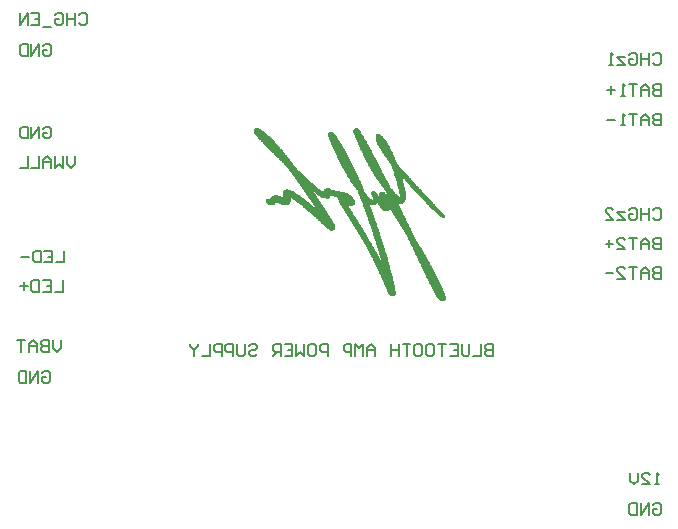
<source format=gbo>
G04 Layer_Color=12566272*
%FSLAX24Y24*%
%MOIN*%
G70*
G01*
G75*
%ADD36C,0.0079*%
%ADD38C,0.0014*%
D36*
X12756Y21417D02*
Y21024D01*
X12494D01*
X12100Y21417D02*
X12362D01*
Y21024D01*
X12100D01*
X12362Y21220D02*
X12231D01*
X11969Y21417D02*
Y21024D01*
X11772D01*
X11706Y21089D01*
Y21352D01*
X11772Y21417D01*
X11969D01*
X11575Y21220D02*
X11313D01*
X12717Y20433D02*
Y20039D01*
X12454D01*
X12061Y20433D02*
X12323D01*
Y20039D01*
X12061D01*
X12323Y20236D02*
X12192D01*
X11929Y20433D02*
Y20039D01*
X11733D01*
X11667Y20105D01*
Y20367D01*
X11733Y20433D01*
X11929D01*
X11536Y20236D02*
X11273D01*
X11405Y20367D02*
Y20105D01*
X27054Y18288D02*
Y17894D01*
X26857D01*
X26792Y17960D01*
Y18026D01*
X26857Y18091D01*
X27054D01*
X26857D01*
X26792Y18157D01*
Y18222D01*
X26857Y18288D01*
X27054D01*
X26661D02*
Y17894D01*
X26398D01*
X26267Y18288D02*
Y17960D01*
X26201Y17894D01*
X26070D01*
X26005Y17960D01*
Y18288D01*
X25611D02*
X25873D01*
Y17894D01*
X25611D01*
X25873Y18091D02*
X25742D01*
X25480Y18288D02*
X25218D01*
X25349D01*
Y17894D01*
X24890Y18288D02*
X25021D01*
X25086Y18222D01*
Y17960D01*
X25021Y17894D01*
X24890D01*
X24824Y17960D01*
Y18222D01*
X24890Y18288D01*
X24496D02*
X24627D01*
X24693Y18222D01*
Y17960D01*
X24627Y17894D01*
X24496D01*
X24430Y17960D01*
Y18222D01*
X24496Y18288D01*
X24299D02*
X24037D01*
X24168D01*
Y17894D01*
X23906Y18288D02*
Y17894D01*
Y18091D01*
X23643D01*
Y18288D01*
Y17894D01*
X23118D02*
Y18157D01*
X22987Y18288D01*
X22856Y18157D01*
Y17894D01*
Y18091D01*
X23118D01*
X22725Y17894D02*
Y18288D01*
X22594Y18157D01*
X22463Y18288D01*
Y17894D01*
X22331D02*
Y18288D01*
X22135D01*
X22069Y18222D01*
Y18091D01*
X22135Y18026D01*
X22331D01*
X21544Y17894D02*
Y18288D01*
X21347D01*
X21282Y18222D01*
Y18091D01*
X21347Y18026D01*
X21544D01*
X20954Y18288D02*
X21085D01*
X21151Y18222D01*
Y17960D01*
X21085Y17894D01*
X20954D01*
X20888Y17960D01*
Y18222D01*
X20954Y18288D01*
X20757D02*
Y17894D01*
X20626Y18026D01*
X20495Y17894D01*
Y18288D01*
X20101D02*
X20363D01*
Y17894D01*
X20101D01*
X20363Y18091D02*
X20232D01*
X19970Y17894D02*
Y18288D01*
X19773D01*
X19707Y18222D01*
Y18091D01*
X19773Y18026D01*
X19970D01*
X19839D02*
X19707Y17894D01*
X18920Y18222D02*
X18986Y18288D01*
X19117D01*
X19183Y18222D01*
Y18157D01*
X19117Y18091D01*
X18986D01*
X18920Y18026D01*
Y17960D01*
X18986Y17894D01*
X19117D01*
X19183Y17960D01*
X18789Y18288D02*
Y17960D01*
X18724Y17894D01*
X18592D01*
X18527Y17960D01*
Y18288D01*
X18396Y17894D02*
Y18288D01*
X18199D01*
X18133Y18222D01*
Y18091D01*
X18199Y18026D01*
X18396D01*
X18002Y17894D02*
Y18288D01*
X17805D01*
X17740Y18222D01*
Y18091D01*
X17805Y18026D01*
X18002D01*
X17608Y18288D02*
Y17894D01*
X17346D01*
X17215Y18288D02*
Y18222D01*
X17084Y18091D01*
X16952Y18222D01*
Y18288D01*
X17084Y18091D02*
Y17894D01*
X32375Y12926D02*
X32441Y12992D01*
X32572D01*
X32638Y12926D01*
Y12664D01*
X32572Y12598D01*
X32441D01*
X32375Y12664D01*
Y12795D01*
X32507D01*
X32244Y12598D02*
Y12992D01*
X31982Y12598D01*
Y12992D01*
X31851D02*
Y12598D01*
X31654D01*
X31588Y12664D01*
Y12926D01*
X31654Y12992D01*
X31851D01*
X32598Y13622D02*
X32467D01*
X32533D01*
Y14016D01*
X32598Y13950D01*
X32008Y13622D02*
X32270D01*
X32008Y13884D01*
Y13950D01*
X32074Y14016D01*
X32205D01*
X32270Y13950D01*
X31877Y14016D02*
Y13753D01*
X31746Y13622D01*
X31614Y13753D01*
Y14016D01*
X12638Y18425D02*
Y18163D01*
X12507Y18032D01*
X12375Y18163D01*
Y18425D01*
X12244D02*
Y18032D01*
X12047D01*
X11982Y18097D01*
Y18163D01*
X12047Y18228D01*
X12244D01*
X12047D01*
X11982Y18294D01*
Y18359D01*
X12047Y18425D01*
X12244D01*
X11851Y18032D02*
Y18294D01*
X11719Y18425D01*
X11588Y18294D01*
Y18032D01*
Y18228D01*
X11851D01*
X11457Y18425D02*
X11195D01*
X11326D01*
Y18032D01*
X13110Y24567D02*
Y24304D01*
X12979Y24173D01*
X12848Y24304D01*
Y24567D01*
X12717D02*
Y24173D01*
X12585Y24304D01*
X12454Y24173D01*
Y24567D01*
X12323Y24173D02*
Y24436D01*
X12192Y24567D01*
X12061Y24436D01*
Y24173D01*
Y24370D01*
X12323D01*
X11930Y24567D02*
Y24173D01*
X11667D01*
X11536Y24567D02*
Y24173D01*
X11274D01*
X12021Y17336D02*
X12087Y17401D01*
X12218D01*
X12283Y17336D01*
Y17073D01*
X12218Y17008D01*
X12087D01*
X12021Y17073D01*
Y17205D01*
X12152D01*
X11890Y17008D02*
Y17401D01*
X11628Y17008D01*
Y17401D01*
X11496D02*
Y17008D01*
X11300D01*
X11234Y17073D01*
Y17336D01*
X11300Y17401D01*
X11496D01*
X12060Y25485D02*
X12126Y25551D01*
X12257D01*
X12323Y25485D01*
Y25223D01*
X12257Y25157D01*
X12126D01*
X12060Y25223D01*
Y25354D01*
X12192D01*
X11929Y25157D02*
Y25551D01*
X11667Y25157D01*
Y25551D01*
X11536D02*
Y25157D01*
X11339D01*
X11273Y25223D01*
Y25485D01*
X11339Y25551D01*
X11536D01*
X12060Y28241D02*
X12126Y28307D01*
X12257D01*
X12323Y28241D01*
Y27979D01*
X12257Y27913D01*
X12126D01*
X12060Y27979D01*
Y28110D01*
X12192D01*
X11929Y27913D02*
Y28307D01*
X11667Y27913D01*
Y28307D01*
X11536D02*
Y27913D01*
X11339D01*
X11273Y27979D01*
Y28241D01*
X11339Y28307D01*
X11536D01*
X13242Y29265D02*
X13307Y29331D01*
X13438D01*
X13504Y29265D01*
Y29003D01*
X13438Y28937D01*
X13307D01*
X13242Y29003D01*
X13110Y29331D02*
Y28937D01*
Y29134D01*
X12848D01*
Y29331D01*
Y28937D01*
X12454Y29265D02*
X12520Y29331D01*
X12651D01*
X12717Y29265D01*
Y29003D01*
X12651Y28937D01*
X12520D01*
X12454Y29003D01*
Y29134D01*
X12586D01*
X12323Y28871D02*
X12061D01*
X11667Y29331D02*
X11930D01*
Y28937D01*
X11667D01*
X11930Y29134D02*
X11798D01*
X11536Y28937D02*
Y29331D01*
X11274Y28937D01*
Y29331D01*
X32638Y20866D02*
Y20472D01*
X32441D01*
X32375Y20538D01*
Y20604D01*
X32441Y20669D01*
X32638D01*
X32441D01*
X32375Y20735D01*
Y20800D01*
X32441Y20866D01*
X32638D01*
X32244Y20472D02*
Y20735D01*
X32113Y20866D01*
X31982Y20735D01*
Y20472D01*
Y20669D01*
X32244D01*
X31851Y20866D02*
X31588D01*
X31719D01*
Y20472D01*
X31195D02*
X31457D01*
X31195Y20735D01*
Y20800D01*
X31260Y20866D01*
X31391D01*
X31457Y20800D01*
X31063Y20669D02*
X30801D01*
X32638Y25984D02*
Y25591D01*
X32441D01*
X32375Y25656D01*
Y25722D01*
X32441Y25787D01*
X32638D01*
X32441D01*
X32375Y25853D01*
Y25919D01*
X32441Y25984D01*
X32638D01*
X32244Y25591D02*
Y25853D01*
X32113Y25984D01*
X31982Y25853D01*
Y25591D01*
Y25787D01*
X32244D01*
X31851Y25984D02*
X31588D01*
X31719D01*
Y25591D01*
X31457D02*
X31326D01*
X31391D01*
Y25984D01*
X31457Y25919D01*
X31129Y25787D02*
X30867D01*
X32375Y22769D02*
X32441Y22835D01*
X32572D01*
X32638Y22769D01*
Y22507D01*
X32572Y22441D01*
X32441D01*
X32375Y22507D01*
X32244Y22835D02*
Y22441D01*
Y22638D01*
X31982D01*
Y22835D01*
Y22441D01*
X31588Y22769D02*
X31654Y22835D01*
X31785D01*
X31851Y22769D01*
Y22507D01*
X31785Y22441D01*
X31654D01*
X31588Y22507D01*
Y22638D01*
X31719D01*
X31457Y22703D02*
X31195D01*
X31457Y22441D01*
X31195D01*
X30801D02*
X31063D01*
X30801Y22703D01*
Y22769D01*
X30867Y22835D01*
X30998D01*
X31063Y22769D01*
X32638Y21850D02*
Y21457D01*
X32441D01*
X32375Y21522D01*
Y21588D01*
X32441Y21653D01*
X32638D01*
X32441D01*
X32375Y21719D01*
Y21785D01*
X32441Y21850D01*
X32638D01*
X32244Y21457D02*
Y21719D01*
X32113Y21850D01*
X31982Y21719D01*
Y21457D01*
Y21653D01*
X32244D01*
X31851Y21850D02*
X31588D01*
X31719D01*
Y21457D01*
X31195D02*
X31457D01*
X31195Y21719D01*
Y21785D01*
X31260Y21850D01*
X31391D01*
X31457Y21785D01*
X31063Y21653D02*
X30801D01*
X30932Y21785D02*
Y21522D01*
X32638Y26968D02*
Y26575D01*
X32441D01*
X32375Y26640D01*
Y26706D01*
X32441Y26772D01*
X32638D01*
X32441D01*
X32375Y26837D01*
Y26903D01*
X32441Y26968D01*
X32638D01*
X32244Y26575D02*
Y26837D01*
X32113Y26968D01*
X31982Y26837D01*
Y26575D01*
Y26772D01*
X32244D01*
X31851Y26968D02*
X31588D01*
X31719D01*
Y26575D01*
X31457D02*
X31326D01*
X31391D01*
Y26968D01*
X31457Y26903D01*
X31129Y26772D02*
X30867D01*
X30998Y26903D02*
Y26640D01*
X32375Y27926D02*
X32441Y27992D01*
X32572D01*
X32638Y27926D01*
Y27664D01*
X32572Y27598D01*
X32441D01*
X32375Y27664D01*
X32244Y27992D02*
Y27598D01*
Y27795D01*
X31982D01*
Y27992D01*
Y27598D01*
X31588Y27926D02*
X31654Y27992D01*
X31785D01*
X31851Y27926D01*
Y27664D01*
X31785Y27598D01*
X31654D01*
X31588Y27664D01*
Y27795D01*
X31719D01*
X31457Y27861D02*
X31195D01*
X31457Y27598D01*
X31195D01*
X31063D02*
X30932D01*
X30998D01*
Y27992D01*
X31063Y27926D01*
D38*
X19161Y25503D02*
X19175D01*
X22437Y25489D02*
X22507D01*
X19119D02*
X19217D01*
X22409Y25475D02*
X22535D01*
X19105D02*
X19259D01*
X22409Y25461D02*
X22549D01*
X19091D02*
X19287D01*
X22395Y25447D02*
X22563D01*
X19077D02*
X19301D01*
X22395Y25433D02*
X22577D01*
X19077D02*
X19329D01*
X22395Y25419D02*
X22577D01*
X19077D02*
X19357D01*
X22395Y25405D02*
X22591D01*
X19077D02*
X19371D01*
X22395Y25391D02*
X22605D01*
X19077D02*
X19385D01*
X22395Y25377D02*
X22619D01*
X21583D02*
X21667D01*
X19077D02*
X19399D01*
X22409Y25363D02*
X22619D01*
X21569D02*
X21695D01*
X19091D02*
X19413D01*
X22409Y25349D02*
X22633D01*
X21555D02*
X21709D01*
X19091D02*
X19441D01*
X22409Y25335D02*
X22633D01*
X21555D02*
X21723D01*
X19105D02*
X19455D01*
X22423Y25321D02*
X22647D01*
X21541D02*
X21737D01*
X19119D02*
X19469D01*
X22423Y25307D02*
X22661D01*
X21541D02*
X21737D01*
X19119D02*
X19483D01*
X23165Y25293D02*
X23249D01*
X22437D02*
X22661D01*
X21541D02*
X21751D01*
X19133D02*
X19497D01*
X23151Y25279D02*
X23277D01*
X22437D02*
X22675D01*
X21541D02*
X21765D01*
X19147D02*
X19511D01*
X23137Y25265D02*
X23291D01*
X22437D02*
X22689D01*
X21555D02*
X21779D01*
X19161D02*
X19525D01*
X23137Y25251D02*
X23319D01*
X22451D02*
X22689D01*
X21555D02*
X21793D01*
X19175D02*
X19539D01*
X23137Y25237D02*
X23333D01*
X22451D02*
X22703D01*
X21555D02*
X21793D01*
X19175D02*
X19567D01*
X23137Y25223D02*
X23347D01*
X22465D02*
X22703D01*
X21569D02*
X21807D01*
X19189D02*
X19581D01*
X23137Y25209D02*
X23361D01*
X22465D02*
X22717D01*
X21569D02*
X21821D01*
X19203D02*
X19595D01*
X23137Y25195D02*
X23361D01*
X22479D02*
X22717D01*
X21569D02*
X21821D01*
X19217D02*
X19609D01*
X23137Y25181D02*
X23375D01*
X22479D02*
X22731D01*
X21583D02*
X21835D01*
X19231D02*
X19623D01*
X23137Y25167D02*
X23389D01*
X22479D02*
X22731D01*
X21583D02*
X21849D01*
X19245D02*
X19637D01*
X23137Y25153D02*
X23403D01*
X22493D02*
X22745D01*
X21597D02*
X21849D01*
X19259D02*
X19651D01*
X23137Y25139D02*
X23403D01*
X22493D02*
X22759D01*
X21597D02*
X21863D01*
X19273D02*
X19665D01*
X23151Y25125D02*
X23417D01*
X22507D02*
X22759D01*
X21611D02*
X21863D01*
X19287D02*
X19679D01*
X23151Y25111D02*
X23431D01*
X22507D02*
X22773D01*
X21611D02*
X21877D01*
X19301D02*
X19693D01*
X23151Y25097D02*
X23445D01*
X22521D02*
X22773D01*
X21611D02*
X21891D01*
X19315D02*
X19707D01*
X23165Y25083D02*
X23445D01*
X22521D02*
X22787D01*
X21625D02*
X21891D01*
X19329D02*
X19721D01*
X23165Y25069D02*
X23459D01*
X22521D02*
X22787D01*
X21625D02*
X21905D01*
X19343D02*
X19721D01*
X23165Y25055D02*
X23473D01*
X22535D02*
X22801D01*
X21639D02*
X21905D01*
X19357D02*
X19735D01*
X23179Y25041D02*
X23473D01*
X22535D02*
X22815D01*
X21639D02*
X21919D01*
X19371D02*
X19749D01*
X23179Y25027D02*
X23487D01*
X22549D02*
X22815D01*
X21653D02*
X21933D01*
X19385D02*
X19763D01*
X23179Y25013D02*
X23487D01*
X22549D02*
X22829D01*
X21653D02*
X21933D01*
X19399D02*
X19777D01*
X23193Y24999D02*
X23501D01*
X22549D02*
X22829D01*
X21653D02*
X21947D01*
X19413D02*
X19791D01*
X23193Y24985D02*
X23515D01*
X22563D02*
X22843D01*
X21667D02*
X21961D01*
X19427D02*
X19805D01*
X23207Y24971D02*
X23515D01*
X22563D02*
X22843D01*
X21667D02*
X21961D01*
X19441D02*
X19819D01*
X23221Y24957D02*
X23529D01*
X22577D02*
X22857D01*
X21681D02*
X21975D01*
X19455D02*
X19833D01*
X23221Y24943D02*
X23543D01*
X22577D02*
X22857D01*
X21681D02*
X21975D01*
X19455D02*
X19833D01*
X23235Y24929D02*
X23543D01*
X22591D02*
X22871D01*
X21695D02*
X21989D01*
X19469D02*
X19847D01*
X23235Y24915D02*
X23557D01*
X22591D02*
X22885D01*
X21695D02*
X22003D01*
X19483D02*
X19861D01*
X23249Y24901D02*
X23571D01*
X22591D02*
X22885D01*
X21709D02*
X22003D01*
X19497D02*
X19875D01*
X23249Y24887D02*
X23571D01*
X22605D02*
X22899D01*
X21709D02*
X22017D01*
X19511D02*
X19889D01*
X23263Y24873D02*
X23585D01*
X22605D02*
X22899D01*
X21709D02*
X22017D01*
X19525D02*
X19903D01*
X23277Y24859D02*
X23585D01*
X22619D02*
X22913D01*
X21723D02*
X22031D01*
X19539D02*
X19917D01*
X23277Y24845D02*
X23585D01*
X22619D02*
X22913D01*
X21723D02*
X22045D01*
X19553D02*
X19931D01*
X23291Y24831D02*
X23599D01*
X22633D02*
X22927D01*
X21737D02*
X22045D01*
X19567D02*
X19931D01*
X23305Y24817D02*
X23599D01*
X22633D02*
X22927D01*
X21737D02*
X22059D01*
X19581D02*
X19945D01*
X23305Y24803D02*
X23613D01*
X22647D02*
X22941D01*
X21751D02*
X22059D01*
X19595D02*
X19959D01*
X23319Y24789D02*
X23613D01*
X22647D02*
X22941D01*
X21891D02*
X22073D01*
X21751D02*
X21877D01*
X19609D02*
X19973D01*
X23333Y24775D02*
X23627D01*
X22661D02*
X22955D01*
X21765D02*
X22073D01*
X19623D02*
X19987D01*
X23333Y24761D02*
X23627D01*
X22661D02*
X22969D01*
X21905D02*
X22087D01*
X21765D02*
X21891D01*
X19637D02*
X20001D01*
X23347Y24747D02*
X23641D01*
X22675D02*
X22969D01*
X21779D02*
X22087D01*
X19665D02*
X20001D01*
X23347Y24733D02*
X23641D01*
X22675D02*
X22983D01*
X21919D02*
X22101D01*
X21779D02*
X21905D01*
X19679D02*
X20015D01*
X23361Y24719D02*
X23655D01*
X22689D02*
X22983D01*
X21779D02*
X22101D01*
X19693D02*
X20029D01*
X23375Y24705D02*
X23655D01*
X22689D02*
X22997D01*
X21933D02*
X22115D01*
X21793D02*
X21919D01*
X19707D02*
X20043D01*
X23389Y24691D02*
X23669D01*
X22703D02*
X22997D01*
X21947D02*
X22115D01*
X21793D02*
X21919D01*
X19721D02*
X20057D01*
X23389Y24677D02*
X23669D01*
X22703D02*
X23011D01*
X21947D02*
X22129D01*
X21807D02*
X21933D01*
X19735D02*
X20071D01*
X23403Y24663D02*
X23683D01*
X22703D02*
X23011D01*
X21961D02*
X22143D01*
X21807D02*
X21933D01*
X19749D02*
X20071D01*
X23417Y24649D02*
X23683D01*
X22717D02*
X23025D01*
X21961D02*
X22143D01*
X21821D02*
X21947D01*
X19763D02*
X20085D01*
X23417Y24635D02*
X23683D01*
X22717D02*
X23025D01*
X21975D02*
X22157D01*
X21821D02*
X21947D01*
X19777D02*
X20099D01*
X23431Y24621D02*
X23697D01*
X22731D02*
X23039D01*
X21975D02*
X22157D01*
X21835D02*
X21947D01*
X19791D02*
X20113D01*
X23445Y24607D02*
X23697D01*
X22731D02*
X23039D01*
X21989D02*
X22171D01*
X21835D02*
X21961D01*
X19805D02*
X20127D01*
X23459Y24593D02*
X23711D01*
X22745D02*
X23053D01*
X21989D02*
X22171D01*
X21849D02*
X21961D01*
X19819D02*
X20141D01*
X23459Y24579D02*
X23711D01*
X22745D02*
X23053D01*
X22003D02*
X22185D01*
X21849D02*
X21975D01*
X19833D02*
X20141D01*
X23473Y24565D02*
X23725D01*
X22759D02*
X23067D01*
X22003D02*
X22185D01*
X21849D02*
X21975D01*
X19847D02*
X20155D01*
X23487Y24551D02*
X23725D01*
X22759D02*
X23081D01*
X22017D02*
X22199D01*
X21863D02*
X21989D01*
X19861D02*
X20169D01*
X23487Y24537D02*
X23739D01*
X22773D02*
X23081D01*
X22017D02*
X22199D01*
X21863D02*
X21989D01*
X19875D02*
X20183D01*
X23501Y24523D02*
X23739D01*
X22773D02*
X23095D01*
X22031D02*
X22213D01*
X21877D02*
X22003D01*
X19889D02*
X20197D01*
X23515Y24509D02*
X23739D01*
X22787D02*
X23095D01*
X22031D02*
X22213D01*
X21877D02*
X22003D01*
X19903D02*
X20211D01*
X23529Y24495D02*
X23753D01*
X22787D02*
X23109D01*
X22045D02*
X22227D01*
X21891D02*
X22003D01*
X19917D02*
X20211D01*
X23529Y24481D02*
X23753D01*
X22787D02*
X23109D01*
X22045D02*
X22227D01*
X21891D02*
X22017D01*
X19931D02*
X20225D01*
X23543Y24467D02*
X23767D01*
X22801D02*
X23123D01*
X22059D02*
X22241D01*
X21905D02*
X22017D01*
X19945D02*
X20239D01*
X23557Y24453D02*
X23767D01*
X22801D02*
X23123D01*
X22059D02*
X22241D01*
X21905D02*
X22031D01*
X19959D02*
X20253D01*
X23557Y24439D02*
X23781D01*
X22815D02*
X23137D01*
X22073D02*
X22255D01*
X21919D02*
X22031D01*
X19973D02*
X20267D01*
X23571Y24425D02*
X23781D01*
X22829D02*
X23137D01*
X22073D02*
X22255D01*
X21919D02*
X22045D01*
X19987D02*
X20267D01*
X23585Y24411D02*
X23781D01*
X22829D02*
X23151D01*
X22087D02*
X22269D01*
X21933D02*
X22045D01*
X20001D02*
X20281D01*
X23599Y24397D02*
X23795D01*
X22843D02*
X23151D01*
X22087D02*
X22269D01*
X21933D02*
X22059D01*
X20015D02*
X20295D01*
X23599Y24383D02*
X23795D01*
X22843D02*
X23165D01*
X22101D02*
X22283D01*
X21947D02*
X22059D01*
X20029D02*
X20309D01*
X23613Y24369D02*
X23809D01*
X22857D02*
X23165D01*
X22101D02*
X22283D01*
X21947D02*
X22073D01*
X20043D02*
X20309D01*
X23627Y24355D02*
X23809D01*
X22857D02*
X23179D01*
X22115D02*
X22297D01*
X21961D02*
X22073D01*
X20057D02*
X20323D01*
X23627Y24341D02*
X23809D01*
X22871D02*
X23179D01*
X22115D02*
X22297D01*
X21961D02*
X22087D01*
X20071D02*
X20337D01*
X23641Y24327D02*
X23823D01*
X22885D02*
X23193D01*
X22129D02*
X22311D01*
X21975D02*
X22087D01*
X20085D02*
X20351D01*
X23641Y24313D02*
X23837D01*
X22885D02*
X23193D01*
X22129D02*
X22311D01*
X21975D02*
X22101D01*
X20099D02*
X20351D01*
X23655Y24299D02*
X23837D01*
X22899D02*
X23207D01*
X22143D02*
X22325D01*
X21989D02*
X22101D01*
X20113D02*
X20365D01*
X23655Y24285D02*
X23851D01*
X22899D02*
X23207D01*
X22143D02*
X22325D01*
X21989D02*
X22115D01*
X20127D02*
X20379D01*
X23655Y24271D02*
X23865D01*
X22913D02*
X23221D01*
X22157D02*
X22339D01*
X22003D02*
X22115D01*
X20141D02*
X20393D01*
X23669Y24257D02*
X23879D01*
X22913D02*
X23221D01*
X22157D02*
X22339D01*
X22003D02*
X22129D01*
X20155D02*
X20393D01*
X23669Y24243D02*
X23893D01*
X22927D02*
X23235D01*
X22171D02*
X22353D01*
X22017D02*
X22129D01*
X20155D02*
X20407D01*
X23669Y24229D02*
X23893D01*
X22927D02*
X23235D01*
X22171D02*
X22367D01*
X22017D02*
X22143D01*
X20169D02*
X20421D01*
X23683Y24215D02*
X23907D01*
X22941D02*
X23249D01*
X22185D02*
X22367D01*
X22031D02*
X22157D01*
X20183D02*
X20435D01*
X23683Y24201D02*
X23921D01*
X22955D02*
X23249D01*
X22185D02*
X22381D01*
X22031D02*
X22157D01*
X20197D02*
X20435D01*
X23697Y24187D02*
X23935D01*
X22955D02*
X23263D01*
X22199D02*
X22381D01*
X22045D02*
X22171D01*
X20211D02*
X20449D01*
X23697Y24173D02*
X23949D01*
X22969D02*
X23263D01*
X22199D02*
X22395D01*
X22059D02*
X22171D01*
X20211D02*
X20463D01*
X23697Y24159D02*
X23963D01*
X22969D02*
X23277D01*
X22213D02*
X22395D01*
X22059D02*
X22185D01*
X20225D02*
X20477D01*
X23711Y24145D02*
X23977D01*
X22983D02*
X23277D01*
X22213D02*
X22409D01*
X22073D02*
X22199D01*
X20239D02*
X20477D01*
X23711Y24131D02*
X23991D01*
X22997D02*
X23291D01*
X22227D02*
X22409D01*
X22073D02*
X22199D01*
X20253D02*
X20491D01*
X23711Y24117D02*
X24005D01*
X22997D02*
X23291D01*
X22227D02*
X22423D01*
X22087D02*
X22213D01*
X20253D02*
X20505D01*
X23725Y24103D02*
X24019D01*
X23011D02*
X23305D01*
X22241D02*
X22423D01*
X22101D02*
X22213D01*
X20267D02*
X20519D01*
X23725Y24089D02*
X24033D01*
X23011D02*
X23305D01*
X22241D02*
X22423D01*
X22101D02*
X22227D01*
X20281D02*
X20533D01*
X23739Y24075D02*
X24047D01*
X23025D02*
X23319D01*
X22255D02*
X22437D01*
X22115D02*
X22227D01*
X20295D02*
X20547D01*
X23739Y24061D02*
X24061D01*
X23025D02*
X23319D01*
X22255D02*
X22437D01*
X22115D02*
X22241D01*
X20295D02*
X20575D01*
X23739Y24047D02*
X24075D01*
X23039D02*
X23333D01*
X22269D02*
X22451D01*
X22129D02*
X22255D01*
X20309D02*
X20589D01*
X23753Y24033D02*
X24075D01*
X23053D02*
X23333D01*
X22269D02*
X22451D01*
X22143D02*
X22255D01*
X20323D02*
X20603D01*
X23753Y24019D02*
X24089D01*
X23053D02*
X23347D01*
X22283D02*
X22465D01*
X22143D02*
X22269D01*
X20337D02*
X20617D01*
X23753Y24005D02*
X24103D01*
X23067D02*
X23347D01*
X22283D02*
X22465D01*
X22157D02*
X22269D01*
X20337D02*
X20631D01*
X23767Y23991D02*
X24117D01*
X23067D02*
X23361D01*
X22297D02*
X22479D01*
X22157D02*
X22283D01*
X20351D02*
X20645D01*
X23767Y23977D02*
X24131D01*
X23081D02*
X23375D01*
X22171D02*
X22479D01*
X20365D02*
X20659D01*
X23963Y23963D02*
X24145D01*
X23767D02*
X23949D01*
X23081D02*
X23375D01*
X22171D02*
X22493D01*
X20379D02*
X20673D01*
X23977Y23949D02*
X24159D01*
X23767D02*
X23963D01*
X23095D02*
X23389D01*
X22185D02*
X22493D01*
X20379D02*
X20687D01*
X23991Y23935D02*
X24173D01*
X23781D02*
X23963D01*
X23109D02*
X23389D01*
X22199D02*
X22507D01*
X20393D02*
X20701D01*
X23991Y23921D02*
X24187D01*
X23781D02*
X23963D01*
X23109D02*
X23403D01*
X22199D02*
X22507D01*
X20407D02*
X20715D01*
X24005Y23907D02*
X24201D01*
X23781D02*
X23977D01*
X23123D02*
X23403D01*
X22213D02*
X22521D01*
X20407D02*
X20729D01*
X24019Y23893D02*
X24215D01*
X23795D02*
X23977D01*
X23137D02*
X23417D01*
X22213D02*
X22521D01*
X20421D02*
X20743D01*
X24033Y23879D02*
X24215D01*
X23795D02*
X23977D01*
X23137D02*
X23417D01*
X22227D02*
X22535D01*
X20435D02*
X20757D01*
X24047Y23865D02*
X24229D01*
X23795D02*
X23991D01*
X23151D02*
X23431D01*
X22227D02*
X22535D01*
X20449D02*
X20771D01*
X24061Y23851D02*
X24243D01*
X23809D02*
X23991D01*
X23165D02*
X23431D01*
X22241D02*
X22535D01*
X20449D02*
X20799D01*
X24075Y23837D02*
X24257D01*
X23809D02*
X23991D01*
X23165D02*
X23445D01*
X22255D02*
X22549D01*
X20463D02*
X20813D01*
X24089Y23823D02*
X24271D01*
X23809D02*
X24005D01*
X23179D02*
X23445D01*
X22255D02*
X22549D01*
X20477D02*
X20827D01*
X24103Y23809D02*
X24285D01*
X23823D02*
X24005D01*
X23193D02*
X23459D01*
X22269D02*
X22563D01*
X20477D02*
X20841D01*
X24117Y23795D02*
X24299D01*
X23823D02*
X24005D01*
X23193D02*
X23459D01*
X22283D02*
X22563D01*
X20491D02*
X20855D01*
X24117Y23781D02*
X24313D01*
X23823D02*
X24005D01*
X23207D02*
X23473D01*
X22283D02*
X22577D01*
X20505D02*
X20869D01*
X24131Y23767D02*
X24327D01*
X23837D02*
X24019D01*
X23221D02*
X23473D01*
X22297D02*
X22577D01*
X20505D02*
X20883D01*
X24145Y23753D02*
X24327D01*
X23837D02*
X24019D01*
X23235D02*
X23487D01*
X22297D02*
X22591D01*
X20519D02*
X20897D01*
X24159Y23739D02*
X24341D01*
X23837D02*
X24019D01*
X23235D02*
X23501D01*
X22311D02*
X22591D01*
X20533D02*
X20911D01*
X24173Y23725D02*
X24355D01*
X23837D02*
X24019D01*
X23249D02*
X23501D01*
X22325D02*
X22605D01*
X20547D02*
X20925D01*
X24187Y23711D02*
X24369D01*
X23851D02*
X24033D01*
X23263D02*
X23515D01*
X22325D02*
X22605D01*
X20547D02*
X20939D01*
X24201Y23697D02*
X24383D01*
X23851D02*
X24033D01*
X23263D02*
X23515D01*
X22339D02*
X22619D01*
X20561D02*
X20953D01*
X24215Y23683D02*
X24397D01*
X23851D02*
X24033D01*
X23277D02*
X23529D01*
X22353D02*
X22619D01*
X20575D02*
X20967D01*
X24229Y23669D02*
X24411D01*
X23851D02*
X24033D01*
X23291D02*
X23529D01*
X22367D02*
X22633D01*
X20575D02*
X20995D01*
X24229Y23655D02*
X24425D01*
X23865D02*
X24047D01*
X23291D02*
X23543D01*
X22367D02*
X22633D01*
X20589D02*
X21009D01*
X24243Y23641D02*
X24425D01*
X23865D02*
X24047D01*
X23305D02*
X23543D01*
X22381D02*
X22633D01*
X20603D02*
X21023D01*
X24257Y23627D02*
X24439D01*
X23865D02*
X24047D01*
X23319D02*
X23557D01*
X22395D02*
X22647D01*
X20617D02*
X21037D01*
X24271Y23613D02*
X24453D01*
X23865D02*
X24047D01*
X23333D02*
X23557D01*
X22395D02*
X22647D01*
X20617D02*
X21051D01*
X24285Y23599D02*
X24467D01*
X23879D02*
X24061D01*
X23333D02*
X23571D01*
X22409D02*
X22661D01*
X20631D02*
X21079D01*
X24299Y23585D02*
X24481D01*
X23879D02*
X24061D01*
X23347D02*
X23571D01*
X22423D02*
X22661D01*
X20645D02*
X21093D01*
X24313Y23571D02*
X24495D01*
X23879D02*
X24061D01*
X23361D02*
X23585D01*
X22437D02*
X22661D01*
X20645D02*
X21107D01*
X24327Y23557D02*
X24509D01*
X23879D02*
X24061D01*
X23375D02*
X23585D01*
X22437D02*
X22675D01*
X20659D02*
X21121D01*
X24327Y23543D02*
X24523D01*
X23893D02*
X24075D01*
X23375D02*
X23599D01*
X22451D02*
X22675D01*
X20673D02*
X21135D01*
X24341Y23529D02*
X24537D01*
X23893D02*
X24075D01*
X23389D02*
X23599D01*
X22465D02*
X22689D01*
X20673D02*
X21163D01*
X24355Y23515D02*
X24551D01*
X23893D02*
X24075D01*
X23403D02*
X23613D01*
X22479D02*
X22689D01*
X21499D02*
X21555D01*
X20687D02*
X21177D01*
X24369Y23501D02*
X24565D01*
X23893D02*
X24075D01*
X23417D02*
X23627D01*
X22479D02*
X22689D01*
X21471D02*
X21583D01*
X20701D02*
X21191D01*
X24383Y23487D02*
X24579D01*
X23907D02*
X24089D01*
X23417D02*
X23641D01*
X22493D02*
X22703D01*
X21457D02*
X21597D01*
X20715D02*
X21205D01*
X24397Y23473D02*
X24593D01*
X23907D02*
X24089D01*
X23431D02*
X23655D01*
X22507D02*
X22703D01*
X21443D02*
X21597D01*
X20981D02*
X21219D01*
X20715D02*
X20967D01*
X24411Y23459D02*
X24607D01*
X23907D02*
X24089D01*
X23445D02*
X23669D01*
X22521D02*
X22717D01*
X21429D02*
X21611D01*
X21009D02*
X21247D01*
X20729D02*
X20981D01*
X20141D02*
X20197D01*
X24425Y23445D02*
X24621D01*
X23907D02*
X24089D01*
X23445D02*
X23669D01*
X22535D02*
X22717D01*
X21415D02*
X21611D01*
X21023D02*
X21261D01*
X20743D02*
X20995D01*
X20099D02*
X20267D01*
X24439Y23431D02*
X24635D01*
X23907D02*
X24089D01*
X23459D02*
X23683D01*
X22535D02*
X22717D01*
X21415D02*
X21737D01*
X21037D02*
X21275D01*
X20757D02*
X20995D01*
X20085D02*
X20295D01*
X24453Y23417D02*
X24649D01*
X23907D02*
X24089D01*
X23473D02*
X23697D01*
X22535D02*
X22731D01*
X21401D02*
X21807D01*
X21051D02*
X21289D01*
X20757D02*
X21009D01*
X20057D02*
X20323D01*
X24467Y23403D02*
X24649D01*
X23921D02*
X24103D01*
X23473D02*
X23711D01*
X23039D02*
X23067D01*
X22549D02*
X22731D01*
X21401D02*
X21863D01*
X21065D02*
X21317D01*
X20771D02*
X21023D01*
X20057D02*
X20351D01*
X24481Y23389D02*
X24663D01*
X23921D02*
X24103D01*
X23487D02*
X23725D01*
X23011D02*
X23095D01*
X22549D02*
X22731D01*
X21387D02*
X21905D01*
X21093D02*
X21345D01*
X20785D02*
X21037D01*
X20043D02*
X20379D01*
X24495Y23375D02*
X24677D01*
X23921D02*
X24103D01*
X23487D02*
X23739D01*
X23319D02*
X23375D01*
X22997D02*
X23109D01*
X22563D02*
X22745D01*
X21387D02*
X21989D01*
X21107D02*
X21373D01*
X20785D02*
X21037D01*
X20043D02*
X20407D01*
X24509Y23361D02*
X24691D01*
X23921D02*
X24103D01*
X23501D02*
X23753D01*
X23291D02*
X23403D01*
X22997D02*
X23123D01*
X22563D02*
X22745D01*
X21121D02*
X22073D01*
X20799D02*
X21051D01*
X20043D02*
X20421D01*
X24523Y23347D02*
X24705D01*
X23921D02*
X24103D01*
X23501D02*
X23753D01*
X23277D02*
X23417D01*
X22997D02*
X23137D01*
X22563D02*
X22759D01*
X21135D02*
X22129D01*
X20813D02*
X21065D01*
X20043D02*
X20449D01*
X24523Y23333D02*
X24719D01*
X23935D02*
X24117D01*
X23515D02*
X23767D01*
X23263D02*
X23431D01*
X22997D02*
X23151D01*
X22577D02*
X22773D01*
X21149D02*
X22171D01*
X20827D02*
X21079D01*
X20043D02*
X20463D01*
X24537Y23319D02*
X24733D01*
X23935D02*
X24117D01*
X23515D02*
X23781D01*
X23263D02*
X23445D01*
X22997D02*
X23151D01*
X22577D02*
X22787D01*
X21177D02*
X22199D01*
X20827D02*
X21079D01*
X20043D02*
X20491D01*
X24551Y23305D02*
X24747D01*
X23935D02*
X24117D01*
X23529D02*
X23795D01*
X23263D02*
X23459D01*
X23011D02*
X23165D01*
X22591D02*
X22801D01*
X21191D02*
X22213D01*
X20841D02*
X21093D01*
X20043D02*
X20505D01*
X24565Y23291D02*
X24761D01*
X23935D02*
X24117D01*
X23529D02*
X23823D01*
X23263D02*
X23473D01*
X23011D02*
X23179D01*
X22591D02*
X22815D01*
X21205D02*
X22227D01*
X20855D02*
X21107D01*
X20043D02*
X20533D01*
X24579Y23277D02*
X24775D01*
X23935D02*
X24117D01*
X23543D02*
X23837D01*
X23263D02*
X23487D01*
X23025D02*
X23193D01*
X22591D02*
X22815D01*
X21625D02*
X22255D01*
X21233D02*
X21611D01*
X20855D02*
X21107D01*
X20043D02*
X20547D01*
X24593Y23263D02*
X24789D01*
X23935D02*
X24117D01*
X23543D02*
X23851D01*
X23263D02*
X23501D01*
X23025D02*
X23193D01*
X22605D02*
X22829D01*
X21723D02*
X22269D01*
X21261D02*
X21597D01*
X20869D02*
X21121D01*
X20043D02*
X20575D01*
X19735D02*
X19861D01*
X24607Y23249D02*
X24803D01*
X23935D02*
X24117D01*
X23543D02*
X23865D01*
X23263D02*
X23501D01*
X23025D02*
X23207D01*
X22605D02*
X22843D01*
X21765D02*
X22283D01*
X21289D02*
X21597D01*
X20883D02*
X21135D01*
X20043D02*
X20589D01*
X19707D02*
X19903D01*
X24621Y23235D02*
X24817D01*
X23935D02*
X24117D01*
X23557D02*
X23879D01*
X23263D02*
X23515D01*
X23039D02*
X23221D01*
X22605D02*
X22857D01*
X21807D02*
X22311D01*
X21303D02*
X21583D01*
X20897D02*
X21135D01*
X20043D02*
X20603D01*
X19679D02*
X19945D01*
X24635Y23221D02*
X24831D01*
X23935D02*
X24117D01*
X23557D02*
X23893D01*
X23277D02*
X23529D01*
X23039D02*
X23235D01*
X22619D02*
X22871D01*
X21835D02*
X22325D01*
X21303D02*
X21583D01*
X20897D02*
X21149D01*
X20281D02*
X20631D01*
X20043D02*
X20267D01*
X19665D02*
X19973D01*
X24649Y23207D02*
X24845D01*
X23935D02*
X24117D01*
X23571D02*
X23907D01*
X23277D02*
X23529D01*
X23039D02*
X23249D01*
X22619D02*
X22885D01*
X21877D02*
X22339D01*
X21317D02*
X21583D01*
X20911D02*
X21163D01*
X20295D02*
X20645D01*
X20057D02*
X20267D01*
X19651D02*
X20015D01*
X24663Y23193D02*
X24859D01*
X23571D02*
X24117D01*
X23277D02*
X23543D01*
X23039D02*
X23263D01*
X22633D02*
X22899D01*
X21891D02*
X22353D01*
X21443D02*
X21569D01*
X21331D02*
X21401D01*
X20925D02*
X21163D01*
X20323D02*
X20659D01*
X20057D02*
X20267D01*
X19637D02*
X20043D01*
X24677Y23179D02*
X24873D01*
X23585D02*
X24117D01*
X23291D02*
X23557D01*
X23053D02*
X23277D01*
X22633D02*
X22913D01*
X21891D02*
X22367D01*
X21471D02*
X21555D01*
X20925D02*
X21177D01*
X20351D02*
X20673D01*
X19623D02*
X20281D01*
X24691Y23165D02*
X24887D01*
X23585D02*
X24103D01*
X23291D02*
X23557D01*
X23053D02*
X23277D01*
X22633D02*
X22927D01*
X21891D02*
X22367D01*
X21499D02*
X21541D01*
X20939D02*
X21191D01*
X20365D02*
X20701D01*
X19609D02*
X20281D01*
X24705Y23151D02*
X24901D01*
X23599D02*
X24103D01*
X23305D02*
X23571D01*
X23053D02*
X23291D01*
X22647D02*
X22941D01*
X21891D02*
X22381D01*
X20953D02*
X21191D01*
X20393D02*
X20715D01*
X19539D02*
X20281D01*
X24719Y23137D02*
X24915D01*
X23599D02*
X24103D01*
X23053D02*
X23585D01*
X22647D02*
X22955D01*
X21891D02*
X22395D01*
X20967D02*
X21205D01*
X20407D02*
X20729D01*
X19511D02*
X20281D01*
X24733Y23123D02*
X24915D01*
X23613D02*
X24103D01*
X23053D02*
X23599D01*
X22647D02*
X22983D01*
X21905D02*
X22395D01*
X20967D02*
X21219D01*
X20435D02*
X20757D01*
X19497D02*
X20281D01*
X24747Y23109D02*
X24929D01*
X23613D02*
X24089D01*
X23039D02*
X23599D01*
X22661D02*
X22997D01*
X21905D02*
X22409D01*
X20981D02*
X21219D01*
X20449D02*
X20771D01*
X19497D02*
X20281D01*
X24761Y23095D02*
X24943D01*
X23627D02*
X24089D01*
X22661D02*
X23613D01*
X21905D02*
X22409D01*
X20995D02*
X21233D01*
X20477D02*
X20785D01*
X19483D02*
X20281D01*
X24775Y23081D02*
X24957D01*
X22675D02*
X24075D01*
X21919D02*
X22409D01*
X20995D02*
X21247D01*
X20491D02*
X20799D01*
X19483D02*
X20281D01*
X24789Y23067D02*
X24971D01*
X23641D02*
X24075D01*
X22675D02*
X23627D01*
X21919D02*
X22423D01*
X21009D02*
X21247D01*
X20505D02*
X20827D01*
X19483D02*
X20281D01*
X24803Y23053D02*
X24985D01*
X22675D02*
X24061D01*
X21933D02*
X22423D01*
X21009D02*
X21261D01*
X20519D02*
X20841D01*
X19805D02*
X20267D01*
X19497D02*
X19791D01*
X24803Y23039D02*
X24999D01*
X23193D02*
X24061D01*
X22689D02*
X23179D01*
X21933D02*
X22423D01*
X21023D02*
X21275D01*
X20547D02*
X20855D01*
X19847D02*
X20267D01*
X19497D02*
X19777D01*
X24817Y23025D02*
X25013D01*
X23207D02*
X24033D01*
X22689D02*
X23165D01*
X21933D02*
X22423D01*
X21037D02*
X21275D01*
X20561D02*
X20869D01*
X19875D02*
X20267D01*
X19497D02*
X19777D01*
X24831Y23011D02*
X25027D01*
X23865D02*
X24005D01*
X23207D02*
X23851D01*
X22703D02*
X23151D01*
X21947D02*
X22409D01*
X21037D02*
X21289D01*
X20575D02*
X20897D01*
X19903D02*
X20253D01*
X19511D02*
X19763D01*
X24845Y22997D02*
X25027D01*
X23893D02*
X23977D01*
X23221D02*
X23865D01*
X22899D02*
X23137D01*
X22703D02*
X22885D01*
X21947D02*
X22409D01*
X21051D02*
X21289D01*
X20589D02*
X20911D01*
X19945D02*
X20239D01*
X19525D02*
X19749D01*
X24859Y22983D02*
X25041D01*
X23221D02*
X23865D01*
X22913D02*
X23123D01*
X22703D02*
X22899D01*
X21961D02*
X22409D01*
X21065D02*
X21303D01*
X20617D02*
X20925D01*
X19973D02*
X20225D01*
X19539D02*
X19735D01*
X24873Y22969D02*
X25055D01*
X23235D02*
X23879D01*
X22941D02*
X23095D01*
X22717D02*
X22899D01*
X21975D02*
X22395D01*
X21065D02*
X21317D01*
X20631D02*
X20939D01*
X20001D02*
X20197D01*
X19567D02*
X19721D01*
X24887Y22955D02*
X25069D01*
X23249D02*
X23879D01*
X23011D02*
X23039D01*
X22717D02*
X22899D01*
X21975D02*
X22381D01*
X21079D02*
X21317D01*
X20645D02*
X20953D01*
X20057D02*
X20169D01*
X19595D02*
X19707D01*
X24901Y22941D02*
X25083D01*
X23249D02*
X23893D01*
X22717D02*
X22913D01*
X22199D02*
X22353D01*
X21989D02*
X22171D01*
X21093D02*
X21331D01*
X20673D02*
X20981D01*
X24915Y22927D02*
X25097D01*
X23263D02*
X23893D01*
X22731D02*
X22913D01*
X21989D02*
X22185D01*
X21093D02*
X21345D01*
X20687D02*
X20995D01*
X24915Y22913D02*
X25111D01*
X23277D02*
X23907D01*
X22731D02*
X22927D01*
X22003D02*
X22199D01*
X21107D02*
X21345D01*
X20701D02*
X21009D01*
X24929Y22899D02*
X25125D01*
X23277D02*
X23907D01*
X22731D02*
X22927D01*
X22003D02*
X22213D01*
X21121D02*
X21359D01*
X20715D02*
X21023D01*
X24943Y22885D02*
X25139D01*
X23291D02*
X23921D01*
X22745D02*
X22927D01*
X22017D02*
X22213D01*
X21121D02*
X21373D01*
X20729D02*
X21037D01*
X24957Y22871D02*
X25139D01*
X23585D02*
X23921D01*
X23305D02*
X23571D01*
X22745D02*
X22941D01*
X22031D02*
X22227D01*
X21135D02*
X21373D01*
X20757D02*
X21065D01*
X24971Y22857D02*
X25153D01*
X23585D02*
X23921D01*
X23305D02*
X23571D01*
X22759D02*
X22941D01*
X22045D02*
X22227D01*
X21135D02*
X21387D01*
X20771D02*
X21079D01*
X24985Y22843D02*
X25167D01*
X23599D02*
X23935D01*
X23319D02*
X23571D01*
X22759D02*
X22941D01*
X22045D02*
X22241D01*
X21149D02*
X21401D01*
X20785D02*
X21093D01*
X25013Y22829D02*
X25181D01*
X23613D02*
X23935D01*
X23333D02*
X23571D01*
X22759D02*
X22955D01*
X22059D02*
X22255D01*
X21163D02*
X21401D01*
X20799D02*
X21107D01*
X25027Y22815D02*
X25195D01*
X23613D02*
X23949D01*
X23347D02*
X23571D01*
X22773D02*
X22955D01*
X22073D02*
X22255D01*
X21163D02*
X21415D01*
X20813D02*
X21121D01*
X25055Y22801D02*
X25209D01*
X23627D02*
X23949D01*
X23361D02*
X23557D01*
X22773D02*
X22969D01*
X22073D02*
X22269D01*
X21177D02*
X21429D01*
X20841D02*
X21149D01*
X25069Y22787D02*
X25223D01*
X23641D02*
X23963D01*
X23375D02*
X23557D01*
X22773D02*
X22969D01*
X22087D02*
X22283D01*
X21191D02*
X21429D01*
X20855D02*
X21163D01*
X25083Y22773D02*
X25237D01*
X23641D02*
X23963D01*
X23403D02*
X23543D01*
X22787D02*
X22969D01*
X22101D02*
X22283D01*
X21191D02*
X21443D01*
X20869D02*
X21177D01*
X25097Y22759D02*
X25251D01*
X23655D02*
X23977D01*
X23431D02*
X23515D01*
X22787D02*
X22983D01*
X22101D02*
X22297D01*
X21205D02*
X21443D01*
X20883D02*
X21191D01*
X25111Y22745D02*
X25265D01*
X23669D02*
X23977D01*
X22787D02*
X22983D01*
X22115D02*
X22297D01*
X21219D02*
X21457D01*
X20897D02*
X21205D01*
X25125Y22731D02*
X25279D01*
X23669D02*
X23991D01*
X22801D02*
X22983D01*
X22129D02*
X22311D01*
X20911D02*
X21471D01*
X25139Y22717D02*
X25293D01*
X23683D02*
X23991D01*
X22801D02*
X22997D01*
X22129D02*
X22325D01*
X20939D02*
X21471D01*
X25153Y22703D02*
X25307D01*
X23697D02*
X24005D01*
X22815D02*
X22997D01*
X22143D02*
X22325D01*
X20953D02*
X21485D01*
X25167Y22689D02*
X25321D01*
X23697D02*
X24005D01*
X22815D02*
X23011D01*
X22157D02*
X22339D01*
X20967D02*
X21499D01*
X25181Y22675D02*
X25335D01*
X23711D02*
X24019D01*
X22815D02*
X23011D01*
X22157D02*
X22353D01*
X20981D02*
X21499D01*
X25195Y22661D02*
X25349D01*
X23725D02*
X24019D01*
X22829D02*
X23011D01*
X22171D02*
X22353D01*
X20995D02*
X21513D01*
X25209Y22647D02*
X25363D01*
X23725D02*
X24033D01*
X22829D02*
X23025D01*
X22171D02*
X22367D01*
X21009D02*
X21527D01*
X25223Y22633D02*
X25391D01*
X23739D02*
X24033D01*
X22829D02*
X23025D01*
X22185D02*
X22367D01*
X21037D02*
X21527D01*
X25237Y22619D02*
X25405D01*
X23753D02*
X24047D01*
X22843D02*
X23025D01*
X22199D02*
X22381D01*
X21051D02*
X21541D01*
X25251Y22605D02*
X25405D01*
X23753D02*
X24047D01*
X22843D02*
X23039D01*
X22199D02*
X22395D01*
X21065D02*
X21555D01*
X25279Y22591D02*
X25419D01*
X23767D02*
X24061D01*
X22857D02*
X23039D01*
X22213D02*
X22395D01*
X21079D02*
X21555D01*
X25293Y22577D02*
X25419D01*
X23781D02*
X24061D01*
X22857D02*
X23053D01*
X22213D02*
X22409D01*
X21093D02*
X21569D01*
X25321Y22563D02*
X25419D01*
X23781D02*
X24075D01*
X22857D02*
X23053D01*
X22227D02*
X22409D01*
X21107D02*
X21569D01*
X25335Y22549D02*
X25405D01*
X23795D02*
X24075D01*
X22871D02*
X23053D01*
X22241D02*
X22423D01*
X21135D02*
X21583D01*
X23809Y22535D02*
X24089D01*
X22871D02*
X23067D01*
X22241D02*
X22437D01*
X21149D02*
X21597D01*
X23809Y22521D02*
X24089D01*
X22871D02*
X23067D01*
X22255D02*
X22437D01*
X21163D02*
X21597D01*
X23823Y22507D02*
X24103D01*
X22885D02*
X23067D01*
X22269D02*
X22451D01*
X21177D02*
X21611D01*
X23837Y22493D02*
X24103D01*
X22885D02*
X23081D01*
X22269D02*
X22465D01*
X21191D02*
X21625D01*
X23851Y22479D02*
X24117D01*
X22885D02*
X23081D01*
X22283D02*
X22465D01*
X21205D02*
X21625D01*
X23851Y22465D02*
X24117D01*
X22899D02*
X23081D01*
X22283D02*
X22479D01*
X21219D02*
X21639D01*
X23865Y22451D02*
X24131D01*
X22899D02*
X23095D01*
X22297D02*
X22493D01*
X21233D02*
X21639D01*
X23879Y22437D02*
X24131D01*
X22899D02*
X23095D01*
X22311D02*
X22493D01*
X21247D02*
X21653D01*
X23879Y22423D02*
X24131D01*
X22913D02*
X23095D01*
X22311D02*
X22507D01*
X21261D02*
X21667D01*
X23893Y22409D02*
X24145D01*
X22913D02*
X23109D01*
X22325D02*
X22507D01*
X21275D02*
X21667D01*
X23893Y22395D02*
X24145D01*
X22913D02*
X23109D01*
X22325D02*
X22521D01*
X21289D02*
X21681D01*
X23907Y22381D02*
X24159D01*
X22927D02*
X23109D01*
X22339D02*
X22535D01*
X21303D02*
X21695D01*
X23921Y22367D02*
X24159D01*
X22927D02*
X23123D01*
X22353D02*
X22535D01*
X21317D02*
X21695D01*
X23921Y22353D02*
X24173D01*
X22927D02*
X23123D01*
X22353D02*
X22549D01*
X21331D02*
X21709D01*
X23935Y22339D02*
X24173D01*
X22941D02*
X23123D01*
X22367D02*
X22563D01*
X21345D02*
X21709D01*
X23949Y22325D02*
X24187D01*
X22941D02*
X23137D01*
X22381D02*
X22563D01*
X21373D02*
X21723D01*
X23949Y22311D02*
X24187D01*
X22941D02*
X23137D01*
X22381D02*
X22577D01*
X21387D02*
X21723D01*
X23963Y22297D02*
X24201D01*
X22955D02*
X23137D01*
X22395D02*
X22591D01*
X21401D02*
X21737D01*
X23963Y22283D02*
X24201D01*
X22955D02*
X23151D01*
X22395D02*
X22591D01*
X21415D02*
X21751D01*
X23977Y22269D02*
X24215D01*
X22955D02*
X23151D01*
X22409D02*
X22605D01*
X21429D02*
X21751D01*
X23991Y22255D02*
X24215D01*
X22969D02*
X23151D01*
X22423D02*
X22605D01*
X21443D02*
X21751D01*
X23991Y22241D02*
X24229D01*
X22969D02*
X23165D01*
X22423D02*
X22619D01*
X21457D02*
X21765D01*
X24005Y22227D02*
X24229D01*
X22969D02*
X23165D01*
X22437D02*
X22633D01*
X21471D02*
X21751D01*
X24005Y22213D02*
X24243D01*
X22983D02*
X23165D01*
X22451D02*
X22633D01*
X21485D02*
X21751D01*
X24019Y22199D02*
X24243D01*
X22983D02*
X23179D01*
X22451D02*
X22647D01*
X21513D02*
X21751D01*
X24033Y22185D02*
X24257D01*
X22983D02*
X23179D01*
X22465D02*
X22647D01*
X21527D02*
X21751D01*
X24033Y22171D02*
X24257D01*
X22997D02*
X23193D01*
X22465D02*
X22661D01*
X21541D02*
X21751D01*
X24047Y22157D02*
X24271D01*
X22997D02*
X23193D01*
X22479D02*
X22675D01*
X21555D02*
X21751D01*
X24061Y22143D02*
X24271D01*
X23011D02*
X23193D01*
X22479D02*
X22675D01*
X21569D02*
X21737D01*
X24061Y22129D02*
X24271D01*
X23011D02*
X23207D01*
X22493D02*
X22689D01*
X21583D02*
X21723D01*
X24075Y22115D02*
X24285D01*
X23011D02*
X23207D01*
X22507D02*
X22689D01*
X21611D02*
X21695D01*
X24075Y22101D02*
X24285D01*
X23025D02*
X23207D01*
X22507D02*
X22703D01*
X24089Y22087D02*
X24299D01*
X23025D02*
X23221D01*
X22521D02*
X22717D01*
X24103Y22073D02*
X24299D01*
X23025D02*
X23221D01*
X22521D02*
X22717D01*
X24103Y22059D02*
X24313D01*
X23039D02*
X23221D01*
X22535D02*
X22731D01*
X24117Y22045D02*
X24313D01*
X23039D02*
X23235D01*
X22549D02*
X22731D01*
X24117Y22031D02*
X24327D01*
X23039D02*
X23235D01*
X22549D02*
X22745D01*
X24131Y22017D02*
X24327D01*
X23053D02*
X23235D01*
X22563D02*
X22759D01*
X24145Y22003D02*
X24341D01*
X23053D02*
X23249D01*
X22563D02*
X22759D01*
X24145Y21989D02*
X24341D01*
X23053D02*
X23249D01*
X22577D02*
X22773D01*
X24159Y21975D02*
X24355D01*
X23067D02*
X23249D01*
X22577D02*
X22773D01*
X24159Y21961D02*
X24355D01*
X23067D02*
X23263D01*
X22591D02*
X22787D01*
X24173Y21947D02*
X24369D01*
X23067D02*
X23263D01*
X22605D02*
X22801D01*
X24173Y21933D02*
X24369D01*
X23081D02*
X23263D01*
X22605D02*
X22801D01*
X24187Y21919D02*
X24383D01*
X23081D02*
X23277D01*
X22619D02*
X22815D01*
X24187Y21905D02*
X24383D01*
X23081D02*
X23277D01*
X22619D02*
X22815D01*
X24201Y21891D02*
X24397D01*
X23081D02*
X23277D01*
X22633D02*
X22829D01*
X24201Y21877D02*
X24397D01*
X23095D02*
X23277D01*
X22647D02*
X22843D01*
X24215Y21863D02*
X24411D01*
X23095D02*
X23291D01*
X22647D02*
X22843D01*
X24215Y21849D02*
X24411D01*
X23095D02*
X23291D01*
X22661D02*
X22857D01*
X24229Y21835D02*
X24425D01*
X23109D02*
X23291D01*
X22661D02*
X22857D01*
X24229Y21821D02*
X24439D01*
X23109D02*
X23305D01*
X22675D02*
X22871D01*
X24243Y21807D02*
X24439D01*
X23109D02*
X23305D01*
X22675D02*
X22885D01*
X24243Y21793D02*
X24453D01*
X23123D02*
X23305D01*
X22689D02*
X22885D01*
X24257Y21779D02*
X24467D01*
X23123D02*
X23319D01*
X22703D02*
X22899D01*
X24257Y21765D02*
X24467D01*
X23123D02*
X23319D01*
X22703D02*
X22899D01*
X24271Y21751D02*
X24481D01*
X23137D02*
X23319D01*
X22717D02*
X22913D01*
X24271Y21737D02*
X24481D01*
X23137D02*
X23333D01*
X22717D02*
X22927D01*
X24271Y21723D02*
X24495D01*
X23137D02*
X23333D01*
X22731D02*
X22927D01*
X24285Y21709D02*
X24509D01*
X23151D02*
X23333D01*
X22745D02*
X22941D01*
X24285Y21695D02*
X24509D01*
X23151D02*
X23347D01*
X22745D02*
X22941D01*
X24299Y21681D02*
X24523D01*
X23151D02*
X23347D01*
X22759D02*
X22955D01*
X24299Y21667D02*
X24523D01*
X23151D02*
X23347D01*
X22759D02*
X22969D01*
X24313Y21653D02*
X24537D01*
X23165D02*
X23361D01*
X22773D02*
X22969D01*
X24313Y21639D02*
X24551D01*
X23165D02*
X23361D01*
X22787D02*
X22983D01*
X24327Y21625D02*
X24551D01*
X23165D02*
X23361D01*
X22787D02*
X22983D01*
X24327Y21611D02*
X24565D01*
X23179D02*
X23375D01*
X22801D02*
X22997D01*
X24341Y21597D02*
X24565D01*
X23179D02*
X23375D01*
X22801D02*
X22997D01*
X24341Y21583D02*
X24579D01*
X23179D02*
X23375D01*
X22815D02*
X23011D01*
X24355Y21569D02*
X24593D01*
X23193D02*
X23389D01*
X22815D02*
X23025D01*
X24355Y21555D02*
X24593D01*
X23193D02*
X23389D01*
X22829D02*
X23025D01*
X24369Y21541D02*
X24607D01*
X23193D02*
X23389D01*
X22843D02*
X23039D01*
X24369Y21527D02*
X24607D01*
X23207D02*
X23389D01*
X22843D02*
X23039D01*
X24383Y21513D02*
X24621D01*
X23207D02*
X23403D01*
X22857D02*
X23053D01*
X24383Y21499D02*
X24635D01*
X23207D02*
X23403D01*
X22857D02*
X23053D01*
X24397Y21485D02*
X24635D01*
X23207D02*
X23403D01*
X22871D02*
X23067D01*
X24397Y21471D02*
X24649D01*
X23221D02*
X23417D01*
X22871D02*
X23081D01*
X24397Y21457D02*
X24649D01*
X23221D02*
X23417D01*
X22885D02*
X23081D01*
X24411Y21443D02*
X24663D01*
X23221D02*
X23417D01*
X22885D02*
X23095D01*
X24411Y21429D02*
X24677D01*
X23235D02*
X23431D01*
X22899D02*
X23095D01*
X24425Y21415D02*
X24677D01*
X23235D02*
X23431D01*
X22913D02*
X23109D01*
X24425Y21401D02*
X24691D01*
X23235D02*
X23431D01*
X22913D02*
X23109D01*
X24439Y21387D02*
X24705D01*
X23249D02*
X23445D01*
X22927D02*
X23123D01*
X24439Y21373D02*
X24705D01*
X23249D02*
X23445D01*
X22927D02*
X23137D01*
X24453Y21359D02*
X24719D01*
X23249D02*
X23445D01*
X22941D02*
X23137D01*
X24453Y21345D02*
X24719D01*
X23263D02*
X23445D01*
X22941D02*
X23151D01*
X24467Y21331D02*
X24733D01*
X23263D02*
X23459D01*
X22955D02*
X23151D01*
X24467Y21317D02*
X24747D01*
X23263D02*
X23459D01*
X22955D02*
X23165D01*
X24481Y21303D02*
X24747D01*
X23263D02*
X23459D01*
X22969D02*
X23165D01*
X24481Y21289D02*
X24761D01*
X23277D02*
X23473D01*
X22969D02*
X23179D01*
X24495Y21275D02*
X24761D01*
X23277D02*
X23473D01*
X22983D02*
X23179D01*
X24495Y21261D02*
X24775D01*
X23277D02*
X23473D01*
X22997D02*
X23193D01*
X24509Y21247D02*
X24775D01*
X23291D02*
X23473D01*
X22997D02*
X23193D01*
X24509Y21233D02*
X24789D01*
X23291D02*
X23487D01*
X23011D02*
X23207D01*
X24523Y21219D02*
X24789D01*
X23291D02*
X23487D01*
X23011D02*
X23207D01*
X24523Y21205D02*
X24803D01*
X23291D02*
X23487D01*
X23025D02*
X23221D01*
X24537Y21191D02*
X24817D01*
X23305D02*
X23501D01*
X23025D02*
X23221D01*
X24537Y21177D02*
X24817D01*
X23305D02*
X23501D01*
X23039D02*
X23235D01*
X24537Y21163D02*
X24831D01*
X23305D02*
X23501D01*
X23039D02*
X23235D01*
X24551Y21149D02*
X24831D01*
X23319D02*
X23515D01*
X23053D02*
X23249D01*
X24551Y21135D02*
X24845D01*
X23319D02*
X23515D01*
X23053D02*
X23249D01*
X24565Y21121D02*
X24845D01*
X23319D02*
X23515D01*
X23067D02*
X23263D01*
X24565Y21107D02*
X24859D01*
X23319D02*
X23515D01*
X23067D02*
X23277D01*
X24579Y21093D02*
X24859D01*
X23333D02*
X23529D01*
X23081D02*
X23277D01*
X24579Y21079D02*
X24873D01*
X23333D02*
X23529D01*
X23081D02*
X23291D01*
X24593Y21065D02*
X24873D01*
X23333D02*
X23529D01*
X23095D02*
X23291D01*
X24593Y21051D02*
X24887D01*
X23347D02*
X23543D01*
X23095D02*
X23305D01*
X24607Y21037D02*
X24901D01*
X23347D02*
X23543D01*
X23109D02*
X23305D01*
X24607Y21023D02*
X24901D01*
X23347D02*
X23543D01*
X23109D02*
X23319D01*
X24621Y21009D02*
X24915D01*
X23347D02*
X23543D01*
X23109D02*
X23319D01*
X24621Y20995D02*
X24915D01*
X23361D02*
X23557D01*
X23123D02*
X23333D01*
X24635Y20981D02*
X24929D01*
X23361D02*
X23557D01*
X23123D02*
X23333D01*
X24635Y20967D02*
X24929D01*
X23361D02*
X23557D01*
X23137D02*
X23347D01*
X24649Y20953D02*
X24943D01*
X23375D02*
X23571D01*
X23137D02*
X23347D01*
X24649Y20939D02*
X24943D01*
X23375D02*
X23571D01*
X23151D02*
X23361D01*
X24663Y20925D02*
X24957D01*
X23375D02*
X23571D01*
X23151D02*
X23361D01*
X24663Y20911D02*
X24957D01*
X23165D02*
X23571D01*
X24663Y20897D02*
X24971D01*
X23389D02*
X23585D01*
X23165D02*
X23375D01*
X24677Y20883D02*
X24971D01*
X23179D02*
X23585D01*
X24677Y20869D02*
X24985D01*
X23179D02*
X23585D01*
X24691Y20855D02*
X24985D01*
X23193D02*
X23585D01*
X24691Y20841D02*
X24999D01*
X23193D02*
X23599D01*
X24705Y20827D02*
X25013D01*
X23207D02*
X23599D01*
X24705Y20813D02*
X25013D01*
X23207D02*
X23599D01*
X24719Y20799D02*
X25027D01*
X23221D02*
X23599D01*
X24719Y20785D02*
X25027D01*
X23221D02*
X23613D01*
X24733Y20771D02*
X25041D01*
X23235D02*
X23613D01*
X24733Y20757D02*
X25041D01*
X23235D02*
X23613D01*
X24747Y20743D02*
X25055D01*
X23249D02*
X23613D01*
X24747Y20729D02*
X25055D01*
X23249D02*
X23627D01*
X24761Y20715D02*
X25069D01*
X23249D02*
X23627D01*
X24761Y20701D02*
X25069D01*
X23263D02*
X23627D01*
X24775Y20687D02*
X25083D01*
X23263D02*
X23627D01*
X24775Y20673D02*
X25083D01*
X23277D02*
X23641D01*
X24789Y20659D02*
X25097D01*
X23277D02*
X23641D01*
X24789Y20645D02*
X25097D01*
X23291D02*
X23641D01*
X24803Y20631D02*
X25111D01*
X23291D02*
X23641D01*
X24803Y20617D02*
X25111D01*
X23305D02*
X23655D01*
X24817Y20603D02*
X25125D01*
X23305D02*
X23655D01*
X24817Y20589D02*
X25125D01*
X23319D02*
X23655D01*
X24831Y20575D02*
X25139D01*
X23319D02*
X23669D01*
X24831Y20561D02*
X25139D01*
X23333D02*
X23669D01*
X24831Y20547D02*
X25153D01*
X23333D02*
X23669D01*
X24845Y20533D02*
X25153D01*
X23347D02*
X23669D01*
X24845Y20519D02*
X25167D01*
X23347D02*
X23683D01*
X24859Y20505D02*
X25167D01*
X23347D02*
X23683D01*
X24859Y20491D02*
X25181D01*
X23361D02*
X23683D01*
X24873Y20477D02*
X25181D01*
X23361D02*
X23683D01*
X24873Y20463D02*
X25195D01*
X23361D02*
X23683D01*
X24887Y20449D02*
X25195D01*
X23375D02*
X23697D01*
X24887Y20435D02*
X25209D01*
X23375D02*
X23697D01*
X24901Y20421D02*
X25209D01*
X23389D02*
X23697D01*
X24901Y20407D02*
X25223D01*
X23389D02*
X23697D01*
X24915Y20393D02*
X25223D01*
X23389D02*
X23711D01*
X24915Y20379D02*
X25237D01*
X23403D02*
X23711D01*
X24929Y20365D02*
X25237D01*
X23403D02*
X23711D01*
X24929Y20351D02*
X25251D01*
X23417D02*
X23711D01*
X24943Y20337D02*
X25251D01*
X23417D02*
X23725D01*
X24943Y20323D02*
X25265D01*
X23417D02*
X23725D01*
X24957Y20309D02*
X25265D01*
X23431D02*
X23725D01*
X24957Y20295D02*
X25279D01*
X23431D02*
X23725D01*
X24971Y20281D02*
X25279D01*
X23445D02*
X23739D01*
X24971Y20267D02*
X25293D01*
X23445D02*
X23739D01*
X24985Y20253D02*
X25293D01*
X23459D02*
X23739D01*
X24999Y20239D02*
X25307D01*
X23459D02*
X23739D01*
X24999Y20225D02*
X25307D01*
X23459D02*
X23739D01*
X25013Y20211D02*
X25307D01*
X23473D02*
X23753D01*
X25013Y20197D02*
X25321D01*
X23473D02*
X23753D01*
X25027Y20183D02*
X25321D01*
X23487D02*
X23753D01*
X25027Y20169D02*
X25335D01*
X23487D02*
X23753D01*
X25041Y20155D02*
X25335D01*
X23501D02*
X23767D01*
X25041Y20141D02*
X25349D01*
X23501D02*
X23767D01*
X25055Y20127D02*
X25349D01*
X23515D02*
X23767D01*
X25055Y20113D02*
X25349D01*
X23515D02*
X23767D01*
X25069Y20099D02*
X25363D01*
X23529D02*
X23767D01*
X25083Y20085D02*
X25363D01*
X23529D02*
X23767D01*
X25083Y20071D02*
X25377D01*
X23543D02*
X23781D01*
X25097Y20057D02*
X25377D01*
X23543D02*
X23781D01*
X25097Y20043D02*
X25391D01*
X23557D02*
X23781D01*
X25111Y20029D02*
X25391D01*
X23557D02*
X23781D01*
X25111Y20015D02*
X25391D01*
X23557D02*
X23781D01*
X25125Y20001D02*
X25405D01*
X23571D02*
X23781D01*
X25125Y19987D02*
X25405D01*
X23571D02*
X23781D01*
X25139Y19973D02*
X25419D01*
X23585D02*
X23767D01*
X25153Y19959D02*
X25419D01*
X23599D02*
X23753D01*
X25153Y19945D02*
X25433D01*
X23613D02*
X23739D01*
X25167Y19931D02*
X25433D01*
X23641D02*
X23725D01*
X25167Y19917D02*
X25433D01*
X25181Y19903D02*
X25433D01*
X25181Y19889D02*
X25447D01*
X25195Y19875D02*
X25447D01*
X25209Y19861D02*
X25447D01*
X25209Y19847D02*
X25447D01*
X25223Y19833D02*
X25447D01*
X25237Y19819D02*
X25447D01*
X25251Y19805D02*
X25433D01*
X25265Y19791D02*
X25433D01*
X25279Y19777D02*
X25419D01*
X25307Y19763D02*
X25377D01*
M02*

</source>
